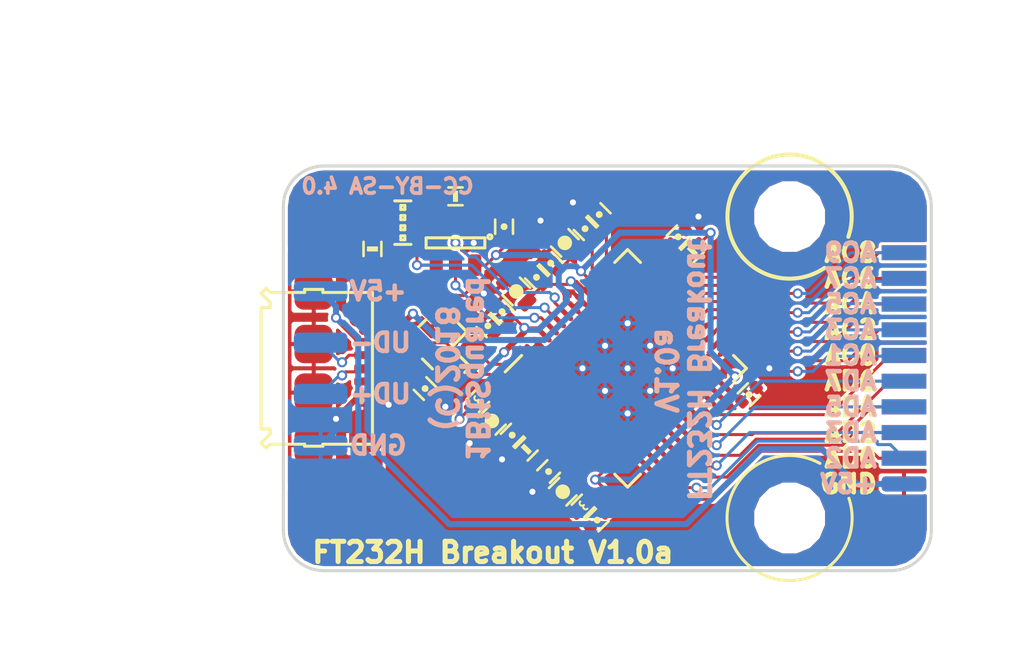
<source format=kicad_pcb>
(kicad_pcb (version 20171130) (host pcbnew 5.0.0-rc2-dev-unknown-c6ef0d5~62~ubuntu16.04.1)
  (title_block (title "ftdi ft232h breakout") (rev V1.0a) (company 1BitSquared) (comment 1 "(C) 2018 Piotr Esden-Tempski <piotr@1bitsquared.com>") (comment 2 "(C) 2018 1BitSquared <info@1bitsquared.com>") (comment 3 "License: CC-BY-SA 4.0"))
  (layers (0 F.Cu signal) (31 B.Cu signal) (34 B.Paste user) (35 F.Paste user) (36 B.SilkS user) (37 F.SilkS user) (38 B.Mask user) (39 F.Mask user) (44 Edge.Cuts user))
  (net 0 "")
  (net 1 +3V3)
  (net 2 GND)
  (net 3 "Net-(R6-Pad1)")
  (net 4 "Net-(R2-Pad1)")
  (net 5 "Net-(C3-Pad1)")
  (net 6 +5V)
  (net 7 "Net-(C12-Pad1)")
  (net 8 "Net-(C13-Pad1)")
  (net 9 /shield)
  (net 10 "Net-(P1-Pad4)")
  (net 11 "Net-(R2-Pad5)")
  (net 12 "Net-(R2-Pad3)")
  (net 13 "Net-(C2-Pad1)")
  (net 14 "Net-(R8-Pad2)")
  (net 15 /ADBUS0)
  (net 16 /ADBUS1)
  (net 17 /ADBUS2)
  (net 18 /ADBUS3)
  (net 19 /ADBUS4)
  (net 20 /ADBUS5)
  (net 21 /ADBUS6)
  (net 22 /ADBUS7)
  (net 23 /ACBUS0)
  (net 24 /ACBUS1)
  (net 25 /ACBUS2)
  (net 26 /ACBUS3)
  (net 27 /ACBUS4)
  (net 28 /ACBUS5)
  (net 29 /ACBUS6)
  (net 30 /ACBUS7)
  (net 31 /ACBUS8)
  (net 32 /ACBUS9)
  (net 33 "Net-(C4-Pad1)")
  (net 34 /VCCA)
  (net 35 /VCORE)
  (net 36 /USB_D-)
  (net 37 /USB_D+)
  (module pkl_samtec:FTSH-EDGE-20pin (layer F.Cu) (at 62 47.5 90)
    (fp_text reference J1)
    (fp_text value Conn)
    (pad 1 smd roundrect (at -5.715 -1.35 90) (size 0.74 2.2) (layers F.Cu F.Paste F.Mask) (net 2 GND))
    (pad 2 smd roundrect (at -5.715 -1.35 90) (size 0.74 2.2) (layers B.Cu B.Paste B.Mask) (net 6 +5V))
    (pad 3 smd rect (at -4.445 -1.35 90) (size 0.74 2.2) (layers F.Cu F.Paste F.Mask) (net 15 /ADBUS0))
    (pad 5 smd rect (at -3.175 -1.35 90) (size 0.74 2.2) (layers F.Cu F.Paste F.Mask) (net 17 /ADBUS2))
    (pad 7 smd rect (at -1.905 -1.35 90) (size 0.74 2.2) (layers F.Cu F.Paste F.Mask) (net 19 /ADBUS4))
    (pad 9 smd rect (at -0.635 -1.35 90) (size 0.74 2.2) (layers F.Cu F.Paste F.Mask) (net 21 /ADBUS6))
    (pad 4 smd rect (at -4.445 -1.35 90) (size 0.74 2.2) (layers B.Cu B.Paste B.Mask) (net 16 /ADBUS1))
    (pad 6 smd rect (at -3.175 -1.35 90) (size 0.74 2.2) (layers B.Cu B.Paste B.Mask) (net 18 /ADBUS3))
    (pad 8 smd rect (at -1.905 -1.35 90) (size 0.74 2.2) (layers B.Cu B.Paste B.Mask) (net 20 /ADBUS5))
    (pad 10 smd rect (at -0.635 -1.35 90) (size 0.74 2.2) (layers B.Cu B.Paste B.Mask) (net 22 /ADBUS7))
    (pad 12 smd rect (at 0.635 -1.35 90) (size 0.74 2.2) (layers B.Cu B.Paste B.Mask) (net 24 /ACBUS1))
    (pad 14 smd rect (at 1.905 -1.35 90) (size 0.74 2.2) (layers B.Cu B.Paste B.Mask) (net 26 /ACBUS3))
    (pad 16 smd rect (at 3.175 -1.35 90) (size 0.74 2.2) (layers B.Cu B.Paste B.Mask) (net 28 /ACBUS5))
    (pad 18 smd rect (at 4.445 -1.35 90) (size 0.74 2.2) (layers B.Cu B.Paste B.Mask) (net 30 /ACBUS7))
    (pad 20 smd rect (at 5.715 -1.35 90) (size 0.74 2.2) (layers B.Cu B.Paste B.Mask) (net 32 /ACBUS9))
    (pad 11 smd rect (at 0.635 -1.35 90) (size 0.74 2.2) (layers F.Cu F.Paste F.Mask) (net 23 /ACBUS0))
    (pad 13 smd rect (at 1.905 -1.35 90) (size 0.74 2.2) (layers F.Cu F.Paste F.Mask) (net 25 /ACBUS2))
    (pad 15 smd rect (at 3.175 -1.35 90) (size 0.74 2.2) (layers F.Cu F.Paste F.Mask) (net 27 /ACBUS4))
    (pad 17 smd rect (at 4.445 -1.35 90) (size 0.74 2.2) (layers F.Cu F.Paste F.Mask) (net 29 /ACBUS6))
    (pad 19 smd rect (at 5.715 -1.35 90) (size 0.74 2.2) (layers F.Cu F.Paste F.Mask) (net 31 /ACBUS8))
  )
  (module MountingHole:MountingHole_3.2mm_M3 (layer F.Cu) (at 55 54.9)
    (fp_text reference REF** hide)
    (fp_text value MountingHole_3.2mm_M3 hide)
    (pad 1 np_thru_hole circle (at 0 0) (size 3.2 3.2) (drill 3.2) (layers *.Cu *.Mask))
  )
  (module MountingHole:MountingHole_3.2mm_M3 (layer F.Cu) (at 55 40)
    (fp_text reference REF** hide)
    (fp_text value MountingHole_3.2mm_M3 hide)
    (pad 1 np_thru_hole circle (at 0 0) (size 3.2 3.2) (drill 3.2) (layers *.Cu *.Mask))
  )
  (module pkl_housings_sot:SOT-23-6 (layer F.Cu) (at 38.5 41.3 90)
    (fp_text reference U1)
    (fp_text value 93C46B-SOT-23-6)
    (pad 1 smd roundrect (at 1.1 0.95 270) (size 1.06 0.65) (layers F.Cu F.Paste F.Mask) (net 11 "Net-(R2-Pad5)"))
    (pad 2 smd roundrect (at 1.1 0 270) (size 1.06 0.65) (layers F.Cu F.Paste F.Mask) (net 2 GND))
    (pad 3 smd roundrect (at 1.1 -0.95 270) (size 1.06 0.65) (layers F.Cu F.Paste F.Mask) (net 3 "Net-(R6-Pad1)"))
    (pad 4 smd roundrect (at -1.1 -0.95 270) (size 1.06 0.65) (layers F.Cu F.Paste F.Mask) (net 4 "Net-(R2-Pad1)"))
    (pad 6 smd roundrect (at -1.1 0.95 270) (size 1.06 0.65) (layers F.Cu F.Paste F.Mask) (net 1 +3V3))
    (pad 5 smd roundrect (at -1.1 0 270) (size 1.06 0.65) (layers F.Cu F.Paste F.Mask) (net 12 "Net-(R2-Pad3)"))
  )
  (module pkl_dipol:C_0402 (layer F.Cu) (at 43.2 42.3 135)
    (fp_text reference C8)
    (fp_text value 100n)
    (pad 2 smd roundrect (at 0.499999 0 135) (size 0.5 0.6) (layers F.Cu F.Paste F.Mask) (net 2 GND))
    (pad 1 smd roundrect (at -0.499999 0 135) (size 0.5 0.6) (layers F.Cu F.Paste F.Mask) (net 1 +3V3))
  )
  (module pkl_dipol:C_0402 (layer F.Cu) (at 40.1 45.4 135)
    (fp_text reference C2)
    (fp_text value 10p)
    (pad 1 smd roundrect (at -0.499999 0 135) (size 0.5 0.6) (layers F.Cu F.Paste F.Mask) (net 13 "Net-(C2-Pad1)"))
    (pad 2 smd roundrect (at 0.499999 0 135) (size 0.5 0.6) (layers F.Cu F.Paste F.Mask) (net 2 GND))
  )
  (module pkl_housings_dfn_qfn:QFN-48-1EP_8x8mm_Pitch0.5mm (layer F.Cu) (at 47 47.5 45)
    (fp_text reference U2)
    (fp_text value FT232H)
    (pad 1 smd oval (at -4 -2.75 135) (size 0.25 0.8) (layers F.Cu F.Paste F.Mask) (net 13 "Net-(C2-Pad1)"))
    (pad 2 smd oval (at -4 -2.25 135) (size 0.25 0.8) (layers F.Cu F.Paste F.Mask) (net 5 "Net-(C3-Pad1)"))
    (pad 3 smd oval (at -4 -1.75 135) (size 0.25 0.8) (layers F.Cu F.Paste F.Mask) (net 7 "Net-(C12-Pad1)"))
    (pad 4 smd oval (at -4.000001 -1.25 135) (size 0.25 0.8) (layers F.Cu F.Paste F.Mask) (net 2 GND))
    (pad 5 smd oval (at -4 -0.75 135) (size 0.25 0.8) (layers F.Cu F.Paste F.Mask) (net 14 "Net-(R8-Pad2)"))
    (pad 6 smd oval (at -4 -0.25 135) (size 0.25 0.8) (layers F.Cu F.Paste F.Mask) (net 36 /USB_D-))
    (pad 7 smd oval (at -4 0.25 135) (size 0.25 0.8) (layers F.Cu F.Paste F.Mask) (net 37 /USB_D+))
    (pad 8 smd oval (at -4 0.75 135) (size 0.25 0.8) (layers F.Cu F.Paste F.Mask) (net 8 "Net-(C13-Pad1)"))
    (pad 9 smd oval (at -4.000001 1.25 135) (size 0.25 0.8) (layers F.Cu F.Paste F.Mask) (net 2 GND))
    (pad 10 smd oval (at -4 1.75 135) (size 0.25 0.8) (layers F.Cu F.Paste F.Mask) (net 2 GND))
    (pad 11 smd oval (at -4 2.25 135) (size 0.25 0.8) (layers F.Cu F.Paste F.Mask) (net 2 GND))
    (pad 12 smd oval (at -4 2.75 135) (size 0.25 0.8) (layers F.Cu F.Paste F.Mask) (net 1 +3V3))
    (pad 13 smd oval (at -2.75 4 45) (size 0.25 0.8) (layers F.Cu F.Paste F.Mask) (net 15 /ADBUS0))
    (pad 14 smd oval (at -2.25 4 45) (size 0.25 0.8) (layers F.Cu F.Paste F.Mask) (net 16 /ADBUS1))
    (pad 15 smd oval (at -1.75 4 45) (size 0.25 0.8) (layers F.Cu F.Paste F.Mask) (net 17 /ADBUS2))
    (pad 16 smd oval (at -1.25 4.000001 45) (size 0.25 0.8) (layers F.Cu F.Paste F.Mask) (net 18 /ADBUS3))
    (pad 17 smd oval (at -0.75 4 45) (size 0.25 0.8) (layers F.Cu F.Paste F.Mask) (net 19 /ADBUS4))
    (pad 18 smd oval (at -0.25 4 45) (size 0.25 0.8) (layers F.Cu F.Paste F.Mask) (net 20 /ADBUS5))
    (pad 19 smd oval (at 0.25 4 45) (size 0.25 0.8) (layers F.Cu F.Paste F.Mask) (net 21 /ADBUS6))
    (pad 20 smd oval (at 0.75 4 45) (size 0.25 0.8) (layers F.Cu F.Paste F.Mask) (net 22 /ADBUS7))
    (pad 21 smd oval (at 1.25 4.000001 45) (size 0.25 0.8) (layers F.Cu F.Paste F.Mask) (net 23 /ACBUS0))
    (pad 22 smd oval (at 1.75 4 45) (size 0.25 0.8) (layers F.Cu F.Paste F.Mask) (net 2 GND))
    (pad 23 smd oval (at 2.25 4 45) (size 0.25 0.8) (layers F.Cu F.Paste F.Mask) (net 2 GND))
    (pad 24 smd oval (at 2.75 4 45) (size 0.25 0.8) (layers F.Cu F.Paste F.Mask) (net 1 +3V3))
    (pad 25 smd oval (at 4 2.75 135) (size 0.25 0.8) (layers F.Cu F.Paste F.Mask) (net 24 /ACBUS1))
    (pad 26 smd oval (at 4 2.25 135) (size 0.25 0.8) (layers F.Cu F.Paste F.Mask) (net 25 /ACBUS2))
    (pad 27 smd oval (at 4 1.75 135) (size 0.25 0.8) (layers F.Cu F.Paste F.Mask) (net 26 /ACBUS3))
    (pad 28 smd oval (at 4.000001 1.25 135) (size 0.25 0.8) (layers F.Cu F.Paste F.Mask) (net 27 /ACBUS4))
    (pad 29 smd oval (at 4 0.75 135) (size 0.25 0.8) (layers F.Cu F.Paste F.Mask) (net 28 /ACBUS5))
    (pad 30 smd oval (at 4 0.25 135) (size 0.25 0.8) (layers F.Cu F.Paste F.Mask) (net 29 /ACBUS6))
    (pad 31 smd oval (at 4 -0.25 135) (size 0.25 0.8) (layers F.Cu F.Paste F.Mask) (net 30 /ACBUS7))
    (pad 32 smd oval (at 4 -0.75 135) (size 0.25 0.8) (layers F.Cu F.Paste F.Mask) (net 31 /ACBUS8))
    (pad 33 smd oval (at 4.000001 -1.25 135) (size 0.25 0.8) (layers F.Cu F.Paste F.Mask) (net 32 /ACBUS9))
    (pad 34 smd oval (at 4 -1.75 135) (size 0.25 0.8) (layers F.Cu F.Paste F.Mask) (net 33 "Net-(C4-Pad1)"))
    (pad 35 smd oval (at 4 -2.25 135) (size 0.25 0.8) (layers F.Cu F.Paste F.Mask) (net 2 GND))
    (pad 36 smd oval (at 4 -2.75 135) (size 0.25 0.8) (layers F.Cu F.Paste F.Mask) (net 2 GND))
    (pad 37 smd oval (at 2.75 -4 45) (size 0.25 0.8) (layers F.Cu F.Paste F.Mask) (net 34 /VCCA))
    (pad 38 smd oval (at 2.25 -4 45) (size 0.25 0.8) (layers F.Cu F.Paste F.Mask) (net 35 /VCORE))
    (pad 39 smd oval (at 1.75 -4 45) (size 0.25 0.8) (layers F.Cu F.Paste F.Mask) (net 1 +3V3))
    (pad 40 smd oval (at 1.25 -4.000001 45) (size 0.25 0.8) (layers F.Cu F.Paste F.Mask) (net 6 +5V))
    (pad 41 smd oval (at 0.75 -4 45) (size 0.25 0.8) (layers F.Cu F.Paste F.Mask) (net 2 GND))
    (pad 42 smd oval (at 0.25 -4 45) (size 0.25 0.8) (layers F.Cu F.Paste F.Mask) (net 2 GND))
    (pad 43 smd oval (at -0.25 -4 45) (size 0.25 0.8) (layers F.Cu F.Paste F.Mask) (net 3 "Net-(R6-Pad1)"))
    (pad 44 smd oval (at -0.75 -4 45) (size 0.25 0.8) (layers F.Cu F.Paste F.Mask) (net 4 "Net-(R2-Pad1)"))
    (pad 45 smd oval (at -1.25 -4.000001 45) (size 0.25 0.8) (layers F.Cu F.Paste F.Mask) (net 12 "Net-(R2-Pad3)"))
    (pad 46 smd oval (at -1.75 -4 45) (size 0.25 0.8) (layers F.Cu F.Paste F.Mask) (net 1 +3V3))
    (pad 47 smd oval (at -2.25 -4 45) (size 0.25 0.8) (layers F.Cu F.Paste F.Mask) (net 2 GND))
    (pad 48 smd oval (at -2.75 -4 45) (size 0.25 0.8) (layers F.Cu F.Paste F.Mask) (net 2 GND))
    (pad 49 smd rect (at -2.35875 -2.35875 45) (size 1.5725 1.5725) (layers F.Cu F.Paste F.Mask) (net 2 GND))
    (pad 49 smd rect (at -2.35875 -0.78625 45) (size 1.5725 1.5725) (layers F.Cu F.Paste F.Mask) (net 2 GND))
    (pad 49 smd rect (at -2.35875 0.78625 45) (size 1.5725 1.5725) (layers F.Cu F.Paste F.Mask) (net 2 GND))
    (pad 49 smd rect (at -2.35875 2.35875 45) (size 1.5725 1.5725) (layers F.Cu F.Paste F.Mask) (net 2 GND))
    (pad 49 smd rect (at -0.78625 -2.35875 45) (size 1.5725 1.5725) (layers F.Cu F.Paste F.Mask) (net 2 GND))
    (pad 49 smd rect (at -0.78625 -0.78625 45) (size 1.5725 1.5725) (layers F.Cu F.Paste F.Mask) (net 2 GND))
    (pad 49 smd rect (at -0.78625 0.78625 45) (size 1.5725 1.5725) (layers F.Cu F.Paste F.Mask) (net 2 GND))
    (pad 49 smd rect (at -0.78625 2.35875 45) (size 1.5725 1.5725) (layers F.Cu F.Paste F.Mask) (net 2 GND))
    (pad 49 smd rect (at 0.78625 -2.35875 45) (size 1.5725 1.5725) (layers F.Cu F.Paste F.Mask) (net 2 GND))
    (pad 49 smd rect (at 0.78625 -0.78625 45) (size 1.5725 1.5725) (layers F.Cu F.Paste F.Mask) (net 2 GND))
    (pad 49 smd rect (at 0.78625 0.78625 45) (size 1.5725 1.5725) (layers F.Cu F.Paste F.Mask) (net 2 GND))
    (pad 49 smd rect (at 0.78625 2.35875 45) (size 1.5725 1.5725) (layers F.Cu F.Paste F.Mask) (net 2 GND))
    (pad 49 smd rect (at 2.35875 -2.35875 45) (size 1.5725 1.5725) (layers F.Cu F.Paste F.Mask) (net 2 GND))
    (pad 49 smd rect (at 2.35875 -0.78625 45) (size 1.5725 1.5725) (layers F.Cu F.Paste F.Mask) (net 2 GND))
    (pad 49 smd rect (at 2.35875 0.78625 45) (size 1.5725 1.5725) (layers F.Cu F.Paste F.Mask) (net 2 GND))
    (pad 49 smd rect (at 2.35875 2.35875 45) (size 1.5725 1.5725) (layers F.Cu F.Paste F.Mask) (net 2 GND))
    (pad 49 thru_hole circle (at -1.575 -1.575 45) (size 0.5 0.5) (drill 0.3) (layers *.Cu F.Mask) (net 2 GND))
    (pad 49 thru_hole circle (at -1.575 0 45) (size 0.5 0.5) (drill 0.3) (layers *.Cu F.Mask) (net 2 GND))
    (pad 49 thru_hole circle (at -1.575 1.575 45) (size 0.5 0.5) (drill 0.3) (layers *.Cu F.Mask) (net 2 GND))
    (pad 49 thru_hole circle (at 0 -1.575 45) (size 0.5 0.5) (drill 0.3) (layers *.Cu F.Mask) (net 2 GND))
    (pad 49 thru_hole circle (at 0 0 45) (size 0.5 0.5) (drill 0.3) (layers *.Cu F.Mask) (net 2 GND))
    (pad 49 thru_hole circle (at 0 1.575 45) (size 0.5 0.5) (drill 0.3) (layers *.Cu F.Mask) (net 2 GND))
    (pad 49 thru_hole circle (at 1.575 -1.575 45) (size 0.5 0.5) (drill 0.3) (layers *.Cu F.Mask) (net 2 GND))
    (pad 49 thru_hole circle (at 1.575 0 45) (size 0.5 0.5) (drill 0.3) (layers *.Cu F.Mask) (net 2 GND))
    (pad 49 thru_hole circle (at 1.575 1.575 45) (size 0.5 0.5) (drill 0.3) (layers *.Cu F.Mask) (net 2 GND))
  )
  (module pkl_misc:ABM8 (layer F.Cu) (at 38 46.4 135)
    (fp_text reference X1)
    (fp_text value 12MHz)
    (pad 1 smd roundrect (at -1.15 0.925 135) (size 1.3 1.05) (layers F.Cu F.Paste F.Mask) (net 13 "Net-(C2-Pad1)"))
    (pad 2 smd roundrect (at 1.15 -0.925 135) (size 1.3 1.05) (layers F.Cu F.Paste F.Mask) (net 5 "Net-(C3-Pad1)"))
    (pad GND smd roundrect (at -1.15 -0.925 135) (size 1.3 1.05) (layers F.Cu F.Paste F.Mask) (net 2 GND))
    (pad GND smd roundrect (at 1.15 0.925 135) (size 1.3 1.05) (layers F.Cu F.Paste F.Mask) (net 2 GND))
  )
  (module pkl_pads:PAD_SMD_1x2.65 (layer B.Cu) (at 31.84 51.31)
    (fp_text reference P5 hide)
    (fp_text value UP hide)
    (pad 1 smd roundrect (at 0 0) (size 2.65 1) (layers B.Cu B.Mask) (net 2 GND))
  )
  (module pkl_pads:PAD_SMD_1x2.65 (layer B.Cu) (at 31.84 43.69)
    (fp_text reference P2 hide)
    (fp_text value UP hide)
    (pad 1 smd roundrect (at 0 0) (size 2.65 1) (layers B.Cu B.Mask) (net 6 +5V))
  )
  (module pkl_pads:PAD_SMD_1x2.65 (layer B.Cu) (at 31.84 46.23)
    (fp_text reference P3 hide)
    (fp_text value UP hide)
    (pad 1 smd roundrect (at 0 0) (size 2.65 1) (layers B.Cu B.Mask) (net 36 /USB_D-))
  )
  (module pkl_pads:PAD_SMD_1x2.65 (layer B.Cu) (at 31.84 48.77)
    (fp_text reference P4 hide)
    (fp_text value UP hide)
    (pad 1 smd roundrect (at 0 0) (size 2.65 1) (layers B.Cu B.Mask) (net 37 /USB_D+))
  )
  (module pkl_dipol:C_0603 (layer F.Cu) (at 41.5 43.7 135)
    (fp_text reference C7)
    (fp_text value 4u7)
    (pad 1 smd roundrect (at -0.75 0 135) (size 0.6 0.9) (layers F.Cu F.Paste F.Mask) (net 6 +5V))
    (pad 2 smd roundrect (at 0.75 0 135) (size 0.6 0.9) (layers F.Cu F.Paste F.Mask) (net 2 GND))
  )
  (module pkl_dipol:C_0603 (layer F.Cu) (at 40.3 50.1 225)
    (fp_text reference C6)
    (fp_text value 4u7)
    (pad 2 smd roundrect (at 0.75 0 225) (size 0.6 0.9) (layers F.Cu F.Paste F.Mask) (net 2 GND))
    (pad 1 smd roundrect (at -0.75 0 225) (size 0.6 0.9) (layers F.Cu F.Paste F.Mask) (net 7 "Net-(C12-Pad1)"))
  )
  (module pkl_dipol:C_0603 (layer F.Cu) (at 43.8 53.6 225)
    (fp_text reference C9)
    (fp_text value 4u7)
    (pad 1 smd roundrect (at -0.75 0 225) (size 0.6 0.9) (layers F.Cu F.Paste F.Mask) (net 8 "Net-(C13-Pad1)"))
    (pad 2 smd roundrect (at 0.75 0 225) (size 0.6 0.9) (layers F.Cu F.Paste F.Mask) (net 2 GND))
  )
  (module pkl_dipol:R_Array_Convex_4x0402 (layer F.Cu) (at 35.9 40.3 90)
    (fp_text reference R2)
    (fp_text value 10k)
    (pad 3 smd roundrect (at -0.25 0.475 90) (size 0.3 0.45) (layers F.Cu F.Paste F.Mask) (net 12 "Net-(R2-Pad3)"))
    (pad 5 smd roundrect (at 0.25 0.475 90) (size 0.3 0.45) (layers F.Cu F.Paste F.Mask) (net 11 "Net-(R2-Pad5)"))
    (pad 1 smd roundrect (at -0.75 0.475 90) (size 0.4 0.45) (layers F.Cu F.Paste F.Mask) (net 4 "Net-(R2-Pad1)"))
    (pad 7 smd roundrect (at 0.75 0.475 90) (size 0.4 0.45) (layers F.Cu F.Paste F.Mask))
    (pad 2 smd roundrect (at -0.75 -0.475 90) (size 0.4 0.45) (layers F.Cu F.Paste F.Mask) (net 1 +3V3))
    (pad 4 smd roundrect (at -0.25 -0.475 90) (size 0.3 0.45) (layers F.Cu F.Paste F.Mask) (net 1 +3V3))
    (pad 6 smd roundrect (at 0.25 -0.475 90) (size 0.3 0.45) (layers F.Cu F.Paste F.Mask) (net 1 +3V3))
    (pad 8 smd roundrect (at 0.75 -0.475 90) (size 0.4 0.45) (layers F.Cu F.Paste F.Mask))
  )
  (module pkl_connectors:Connector_USB_Micro_B_SMD (layer F.Cu) (at 31.5 47.5 180)
    (fp_text reference P1)
    (fp_text value pkl_USB_OTG hide)
    (pad GND smd roundrect (at 0 1.2 270) (size 1.9 1.9) (layers F.Cu F.Paste F.Mask) (net 9 /shield))
    (pad GND smd roundrect (at 0 -1.2 270) (size 1.9 1.9) (layers F.Cu F.Paste F.Mask) (net 9 /shield))
    (pad GND smd roundrect (at 0 -3.8 270) (size 1.8 1.9) (layers F.Cu F.Paste F.Mask) (net 9 /shield))
    (pad GND smd roundrect (at 0 3.8 270) (size 1.8 1.9) (layers F.Cu F.Paste F.Mask) (net 9 /shield))
    (pad GND smd roundrect (at -2.55 -3.1 270) (size 2.1 1.6) (layers F.Cu F.Paste F.Mask) (net 9 /shield))
    (pad GND smd roundrect (at -2.55 3.1 270) (size 2.1 1.6) (layers F.Cu F.Paste F.Mask) (net 9 /shield))
    (pad 1 smd roundrect (at -2.675 1.3 270) (size 0.4 1.35) (layers F.Cu F.Paste F.Mask) (net 6 +5V))
    (pad 2 smd roundrect (at -2.675 0.65 270) (size 0.4 1.35) (layers F.Cu F.Paste F.Mask) (net 36 /USB_D-))
    (pad 3 smd roundrect (at -2.675 0 270) (size 0.4 1.35) (layers F.Cu F.Paste F.Mask) (net 37 /USB_D+))
    (pad 4 smd roundrect (at -2.675 -0.65 270) (size 0.4 1.35) (layers F.Cu F.Paste F.Mask) (net 10 "Net-(P1-Pad4)"))
    (pad 5 smd roundrect (at -2.675 -1.3 270) (size 0.4 1.35) (layers F.Cu F.Paste F.Mask) (net 2 GND))
  )
  (module pkl_dipol:C_0402 (layer F.Cu) (at 49.5 41 45)
    (fp_text reference C4)
    (fp_text value 10n)
    (pad 2 smd roundrect (at 0.499999 0 45) (size 0.5 0.6) (layers F.Cu F.Paste F.Mask) (net 2 GND))
    (pad 1 smd roundrect (at -0.499999 0 45) (size 0.5 0.6) (layers F.Cu F.Paste F.Mask) (net 33 "Net-(C4-Pad1)"))
  )
  (module pkl_dipol:C_0402 (layer F.Cu) (at 37 48.5 315)
    (fp_text reference C3)
    (fp_text value 10p)
    (pad 1 smd roundrect (at -0.499999 0 315) (size 0.5 0.6) (layers F.Cu F.Paste F.Mask) (net 5 "Net-(C3-Pad1)"))
    (pad 2 smd roundrect (at 0.499999 0 315) (size 0.5 0.6) (layers F.Cu F.Paste F.Mask) (net 2 GND))
  )
  (module pkl_dipol:C_0402 (layer F.Cu) (at 40.9 40.5 90)
    (fp_text reference C1)
    (fp_text value 100n)
    (pad 2 smd roundrect (at 0.5 0 90) (size 0.5 0.6) (layers F.Cu F.Paste F.Mask) (net 2 GND))
    (pad 1 smd roundrect (at -0.5 0 90) (size 0.5 0.6) (layers F.Cu F.Paste F.Mask) (net 1 +3V3))
  )
  (module pkl_dipol:C_0402 (layer F.Cu) (at 53 48.8 45)
    (fp_text reference C19)
    (fp_text value 100n)
    (pad 1 smd roundrect (at -0.499999 0 45) (size 0.5 0.6) (layers F.Cu F.Paste F.Mask) (net 1 +3V3))
    (pad 2 smd roundrect (at 0.499999 0 45) (size 0.5 0.6) (layers F.Cu F.Paste F.Mask) (net 2 GND))
  )
  (module pkl_dipol:C_0402 (layer F.Cu) (at 45.6 39.9 135)
    (fp_text reference C16)
    (fp_text value 100n)
    (pad 1 smd roundrect (at -0.499999 0 135) (size 0.5 0.6) (layers F.Cu F.Paste F.Mask) (net 34 /VCCA))
    (pad 2 smd roundrect (at 0.499999 0 135) (size 0.5 0.6) (layers F.Cu F.Paste F.Mask) (net 2 GND))
  )
  (module pkl_dipol:C_0402 (layer F.Cu) (at 42.5 43 135)
    (fp_text reference C10)
    (fp_text value 100n)
    (pad 2 smd roundrect (at 0.499999 0 135) (size 0.5 0.6) (layers F.Cu F.Paste F.Mask) (net 2 GND))
    (pad 1 smd roundrect (at -0.499999 0 135) (size 0.5 0.6) (layers F.Cu F.Paste F.Mask) (net 6 +5V))
  )
  (module pkl_dipol:C_0402 (layer F.Cu) (at 41.3 50.8 225)
    (fp_text reference C12)
    (fp_text value 100n)
    (pad 2 smd roundrect (at 0.499999 0 225) (size 0.5 0.6) (layers F.Cu F.Paste F.Mask) (net 2 GND))
    (pad 1 smd roundrect (at -0.499999 0 225) (size 0.5 0.6) (layers F.Cu F.Paste F.Mask) (net 7 "Net-(C12-Pad1)"))
  )
  (module pkl_dipol:C_0402 (layer F.Cu) (at 43.1 52.6 225)
    (fp_text reference C13)
    (fp_text value 100n)
    (pad 1 smd roundrect (at -0.499999 0 225) (size 0.5 0.6) (layers F.Cu F.Paste F.Mask) (net 8 "Net-(C13-Pad1)"))
    (pad 2 smd roundrect (at 0.499999 0 225) (size 0.5 0.6) (layers F.Cu F.Paste F.Mask) (net 2 GND))
  )
  (module pkl_dipol:C_0402 (layer F.Cu) (at 44.9 40.6 135)
    (fp_text reference C14)
    (fp_text value 100n)
    (pad 2 smd roundrect (at 0.499999 0 135) (size 0.5 0.6) (layers F.Cu F.Paste F.Mask) (net 2 GND))
    (pad 1 smd roundrect (at -0.499999 0 135) (size 0.5 0.6) (layers F.Cu F.Paste F.Mask) (net 35 /VCORE))
  )
  (module pkl_dipol:C_0402 (layer F.Cu) (at 45.5 55 225)
    (fp_text reference C18)
    (fp_text value 100n)
    (pad 2 smd roundrect (at 0.499999 0 225) (size 0.5 0.6) (layers F.Cu F.Paste F.Mask) (net 2 GND))
    (pad 1 smd roundrect (at -0.499999 0 225) (size 0.5 0.6) (layers F.Cu F.Paste F.Mask) (net 1 +3V3))
  )
  (module pkl_dipol:C_0402 (layer F.Cu) (at 40.8 44.7 135)
    (fp_text reference C20)
    (fp_text value 100n)
    (pad 1 smd roundrect (at -0.499999 0 135) (size 0.5 0.6) (layers F.Cu F.Paste F.Mask) (net 1 +3V3))
    (pad 2 smd roundrect (at 0.499999 0 135) (size 0.5 0.6) (layers F.Cu F.Paste F.Mask) (net 2 GND))
  )
  (module pkl_dipol:C_0603 (layer F.Cu) (at 43.9 41.3 135)
    (fp_text reference C5)
    (fp_text value 4u7)
    (pad 1 smd roundrect (at -0.75 0 135) (size 0.6 0.9) (layers F.Cu F.Paste F.Mask) (net 1 +3V3))
    (pad 2 smd roundrect (at 0.75 0 135) (size 0.6 0.9) (layers F.Cu F.Paste F.Mask) (net 2 GND))
  )
  (module pkl_dipol:L_0402 (layer F.Cu) (at 39.6 49.1 45)
    (fp_text reference L2)
    (fp_text value 600)
    (pad 2 smd roundrect (at 0.499999 0 45) (size 0.5 0.6) (layers F.Cu F.Paste F.Mask) (net 7 "Net-(C12-Pad1)"))
    (pad 1 smd roundrect (at -0.499999 0 45) (size 0.5 0.6) (layers F.Cu F.Paste F.Mask) (net 1 +3V3))
  )
  (module pkl_dipol:L_0402 (layer F.Cu) (at 44.8 54.3 45)
    (fp_text reference L1)
    (fp_text value 600)
    (pad 1 smd roundrect (at -0.499999 0 45) (size 0.5 0.6) (layers F.Cu F.Paste F.Mask) (net 1 +3V3))
    (pad 2 smd roundrect (at 0.499999 0 45) (size 0.5 0.6) (layers F.Cu F.Paste F.Mask) (net 8 "Net-(C13-Pad1)"))
  )
  (module pkl_dipol:R_0402 (layer F.Cu) (at 50.2 41.7 45)
    (fp_text reference R9)
    (fp_text value 10k)
    (pad 1 smd roundrect (at -0.499999 0 45) (size 0.5 0.6) (layers F.Cu F.Paste F.Mask) (net 33 "Net-(C4-Pad1)"))
    (pad 2 smd roundrect (at 0.499999 0 45) (size 0.5 0.6) (layers F.Cu F.Paste F.Mask) (net 1 +3V3))
  )
  (module pkl_dipol:R_0402 (layer F.Cu) (at 42 51.5 45)
    (fp_text reference R8)
    (fp_text value 12k)
    (pad 2 smd roundrect (at 0.499999 0 45) (size 0.5 0.6) (layers F.Cu F.Paste F.Mask) (net 14 "Net-(R8-Pad2)"))
    (pad 1 smd roundrect (at -0.499999 0 45) (size 0.5 0.6) (layers F.Cu F.Paste F.Mask) (net 2 GND))
  )
  (module pkl_dipol:R_0402 (layer F.Cu) (at 38.5 39)
    (fp_text reference R6)
    (fp_text value 2k2)
    (pad 1 smd roundrect (at -0.5 0) (size 0.5 0.6) (layers F.Cu F.Paste F.Mask) (net 3 "Net-(R6-Pad1)"))
    (pad 2 smd roundrect (at 0.5 0) (size 0.5 0.6) (layers F.Cu F.Paste F.Mask) (net 11 "Net-(R2-Pad5)"))
  )
  (module pkl_dipol:R_0402 (layer F.Cu) (at 34.4 41.6 270)
    (fp_text reference R1)
    (fp_text value 1M)
    (pad 1 smd roundrect (at -0.5 0 270) (size 0.5 0.6) (layers F.Cu F.Paste F.Mask) (net 2 GND))
    (pad 2 smd roundrect (at 0.5 0 270) (size 0.5 0.6) (layers F.Cu F.Paste F.Mask) (net 9 /shield))
  )
  (gr_text "CC-BY-SA 4.0" (at 39.5 38.5) (layer B.SilkS) (effects (font (size 0.75 0.75) (thickness 0.1875)) (justify left mirror)))
  (gr_text "FT232H Breakout\nV1.0a" (at 49.7 47.6 270) (layer B.SilkS) (effects (font (size 1 1) (thickness 0.25)) (justify mirror)))
  (gr_text GND (at 33.165 51.31) (layer B.SilkS) (effects (font (size 0.9 0.9) (thickness 0.225)) (justify right mirror)))
  (gr_text UD+ (at 33.165 48.77) (layer B.SilkS) (effects (font (size 0.9 0.9) (thickness 0.225)) (justify right mirror)))
  (gr_text UD- (at 33.165 46.23) (layer B.SilkS) (effects (font (size 0.9 0.9) (thickness 0.225)) (justify right mirror)))
  (gr_text +5V (at 33.165 43.69) (layer B.SilkS) (effects (font (size 0.9 0.9) (thickness 0.225)) (justify right mirror)))
  (gr_text "(C)2018" (at 38.07 47.5 270) (layer B.SilkS) (effects (font (size 1 1) (thickness 0.25)) (justify mirror)))
  (gr_text 1BitSquared (at 39.57 47.5 270) (layer B.SilkS) (effects (font (size 1 1) (thickness 0.25)) (justify mirror)))
  (gr_arc (start 55 40) (end 57.899999 40.999999) (angle -323.2413082) (layer F.SilkS) (width 0.2))
  (gr_arc (start 55 54.9) (end 56.5 52.2) (angle -317.4895529) (layer F.SilkS) (width 0.15))
  (gr_text AC9 (at 59.43 41.785) (layer B.SilkS) (effects (font (size 0.9 0.9) (thickness 0.225)) (justify left mirror)))
  (gr_text AC7 (at 59.43 43.055) (layer B.SilkS) (effects (font (size 0.9 0.9) (thickness 0.225)) (justify left mirror)))
  (gr_text AC5 (at 59.43 44.325) (layer B.SilkS) (effects (font (size 0.9 0.9) (thickness 0.225)) (justify left mirror)))
  (gr_text AC3 (at 59.43 45.595) (layer B.SilkS) (effects (font (size 0.9 0.9) (thickness 0.225)) (justify left mirror)))
  (gr_text AC1 (at 59.43 46.865) (layer B.SilkS) (effects (font (size 0.9 0.9) (thickness 0.225)) (justify left mirror)))
  (gr_text AD7 (at 59.43 48.135) (layer B.SilkS) (effects (font (size 0.9 0.9) (thickness 0.225)) (justify left mirror)))
  (gr_text AD5 (at 59.43 49.405) (layer B.SilkS) (effects (font (size 0.9 0.9) (thickness 0.225)) (justify left mirror)))
  (gr_text AD3 (at 59.43 50.675) (layer B.SilkS) (effects (font (size 0.9 0.9) (thickness 0.225)) (justify left mirror)))
  (gr_text AD2 (at 59.43 51.945) (layer B.SilkS) (effects (font (size 0.9 0.9) (thickness 0.225)) (justify left mirror)))
  (gr_text +5V (at 59.43 53.215) (layer B.SilkS) (effects (font (size 0.9 0.9) (thickness 0.225)) (justify left mirror)))
  (gr_text AC8 (at 59.43 41.785) (layer F.SilkS) (effects (font (size 0.9 0.9) (thickness 0.225)) (justify right)))
  (gr_text AC6 (at 59.43 43.055) (layer F.SilkS) (effects (font (size 0.9 0.9) (thickness 0.225)) (justify right)))
  (gr_text AC4 (at 59.43 44.325) (layer F.SilkS) (effects (font (size 0.9 0.9) (thickness 0.225)) (justify right)))
  (gr_text AC2 (at 59.43 45.595) (layer F.SilkS) (effects (font (size 0.9 0.9) (thickness 0.225)) (justify right)))
  (gr_text AC0 (at 59.43 46.865) (layer F.SilkS) (effects (font (size 0.9 0.9) (thickness 0.225)) (justify right)))
  (gr_text AD2 (at 59.43 50.675) (layer F.SilkS) (effects (font (size 0.9 0.9) (thickness 0.225)) (justify right)))
  (gr_text AD4 (at 59.43 49.405) (layer F.SilkS) (effects (font (size 0.9 0.9) (thickness 0.225)) (justify right)))
  (gr_text AD6 (at 59.43 48.135) (layer F.SilkS) (effects (font (size 0.9 0.9) (thickness 0.225)) (justify right)))
  (gr_text AD0 (at 59.43 51.945) (layer F.SilkS) (effects (font (size 0.9 0.9) (thickness 0.225)) (justify right)))
  (gr_text GND (at 59.43 53.215) (layer F.SilkS) (effects (font (size 0.9 0.9) (thickness 0.225)) (justify right)))
  (gr_text "FT232H Breakout V1.0a" (at 31.3 56.6) (layer F.SilkS) (effects (font (size 1 1) (thickness 0.25)) (justify left)))
  (gr_arc (start 32 55.5) (end 30 55.5) (angle -90) (layer Edge.Cuts) (width 0.15))
  (gr_arc (start 32 39.5) (end 32 37.5) (angle -90) (layer Edge.Cuts) (width 0.15))
  (gr_arc (start 60 39.5) (end 62 39.5) (angle -90) (layer Edge.Cuts) (width 0.15))
  (gr_arc (start 60 55.5) (end 60 57.5) (angle -90) (layer Edge.Cuts) (width 0.15))
  (gr_line (start 62 55.5) (end 62 39.5) (layer Edge.Cuts) (width 0.15))
  (gr_line (start 30 55.5) (end 30 39.5) (layer Edge.Cuts) (width 0.15))
  (gr_line (start 60 57.5) (end 32 57.5) (layer Edge.Cuts) (width 0.15))
  (gr_line (start 32 37.5) (end 60 37.5) (layer Edge.Cuts) (width 0.15))
  (segment (start 37.3 43.9) (end 35.425 42.025) (width 0.15) (layer F.Cu) (net 1))
  (segment (start 38.9 43.9) (end 37.3 43.9) (width 0.15) (layer F.Cu) (net 1))
  (segment (start 39.45 43.35) (end 38.9 43.9) (width 0.15) (layer F.Cu) (net 1))
  (segment (start 39.45 42.4) (end 39.45 43.35) (width 0.15) (layer F.Cu) (net 1))
  (segment (start 35.425 42.025) (end 35.425 41.05) (width 0.15) (layer F.Cu) (net 1))
  (segment (start 40.5 41.9) (end 43.1 41.9) (width 0.3) (layer B.Cu) (net 1))
  (segment (start 43.1 41.9) (end 43.8 42.6) (width 0.3) (layer B.Cu) (net 1))
  (segment (start 52.3 47.9) (end 51.1 46.7) (width 0.3) (layer B.Cu) (net 1))
  (segment (start 51.1 46.7) (end 51.1 40.8) (width 0.3) (layer B.Cu) (net 1))
  (segment (start 43.949999 42.450001) (end 43.8 42.6) (width 0.3) (layer B.Cu) (net 1))
  (segment (start 43.8 42.6) (end 43.6 42.8) (width 0.3) (layer B.Cu) (net 1))
  (segment (start 45.4 53) (end 47.2 53) (width 0.3) (layer B.Cu) (net 1))
  (segment (start 47.2 53) (end 52.3 47.9) (width 0.3) (layer B.Cu) (net 1))
  (segment (start 44.7 42.7) (end 46.6 40.8) (width 0.3) (layer B.Cu) (net 1))
  (segment (start 46.6 40.8) (end 51.1 40.8) (width 0.3) (layer B.Cu) (net 1))
  (segment (start 40.9 46.7) (end 38.7 48.9) (width 0.3) (layer B.Cu) (net 1))
  (segment (start 38.7 48.9) (end 38.7 50) (width 0.3) (layer B.Cu) (net 1))
  (segment (start 41.9 45.5) (end 41.9 45.7) (width 0.3) (layer F.Cu) (net 1))
  (segment (start 41.9 45.7) (end 40.9 46.7) (width 0.3) (layer F.Cu) (net 1))
  (via (at 40.9 46.7) (size 0.5) (drill 0.3) (layers F.Cu B.Cu) (net 1))
  (segment (start 44.450001 42.450001) (end 43.949999 42.450001) (width 0.3) (layer B.Cu) (net 1))
  (segment (start 43.6 42.8) (end 43.6 43.4) (width 0.3) (layer B.Cu) (net 1))
  (segment (start 44.7 42.7) (end 44.450001 42.450001) (width 0.3) (layer B.Cu) (net 1))
  (segment (start 43.6 43.4) (end 44 43.8) (width 0.3) (layer B.Cu) (net 1))
  (segment (start 44 43.8) (end 44 44.2) (width 0.3) (layer B.Cu) (net 1))
  (segment (start 44 44.2) (end 42.6 45.6) (width 0.3) (layer B.Cu) (net 1))
  (segment (start 42.6 45.6) (end 42 45.6) (width 0.3) (layer B.Cu) (net 1))
  (segment (start 42 45.6) (end 41.9 45.5) (width 0.3) (layer B.Cu) (net 1))
  (segment (start 46.116117 52.272971) (end 45.4 52.989088) (width 0.15) (layer F.Cu) (net 1))
  (segment (start 45.4 52.989088) (end 45.4 53) (width 0.15) (layer F.Cu) (net 1))
  (segment (start 45.853553 54.646447) (end 45.853553 53.453553) (width 0.15) (layer F.Cu) (net 1))
  (segment (start 45.853553 53.453553) (end 45.4 53) (width 0.15) (layer F.Cu) (net 1))
  (via (at 45.4 53) (size 0.5) (drill 0.3) (layers F.Cu B.Cu) (net 1))
  (segment (start 44.446447 54.653553) (end 45.846447 54.653553) (width 0.15) (layer F.Cu) (net 1))
  (segment (start 45.846447 54.653553) (end 45.853553 54.646447) (width 0.15) (layer F.Cu) (net 1))
  (segment (start 51.772971 48.383883) (end 51.816117 48.383883) (width 0.15) (layer F.Cu) (net 1))
  (segment (start 51.816117 48.383883) (end 52.3 47.9) (width 0.15) (layer F.Cu) (net 1))
  (via (at 52.3 47.9) (size 0.5) (drill 0.3) (layers F.Cu B.Cu) (net 1))
  (segment (start 51.772971 48.383883) (end 51.876777 48.383883) (width 0.15) (layer F.Cu) (net 1))
  (segment (start 51.876777 48.383883) (end 52.646447 49.153553) (width 0.15) (layer F.Cu) (net 1))
  (segment (start 50.553553 41.346447) (end 51.1 40.8) (width 0.15) (layer F.Cu) (net 1))
  (via (at 51.1 40.8) (size 0.5) (drill 0.3) (layers F.Cu B.Cu) (net 1))
  (segment (start 35.425 40.55) (end 35.425 41.05) (width 0.15) (layer F.Cu) (net 1))
  (segment (start 35.425 40.05) (end 35.425 40.55) (width 0.15) (layer F.Cu) (net 1))
  (segment (start 40.9 41) (end 40.9 41.5) (width 0.15) (layer F.Cu) (net 1))
  (segment (start 40.9 41.5) (end 40.5 41.9) (width 0.15) (layer F.Cu) (net 1))
  (segment (start 39.45 42.4) (end 40 42.4) (width 0.15) (layer F.Cu) (net 1))
  (segment (start 40 42.4) (end 40.5 41.9) (width 0.15) (layer F.Cu) (net 1))
  (via (at 40.5 41.9) (size 0.5) (drill 0.3) (layers F.Cu B.Cu) (net 1))
  (segment (start 45.40901 43.434136) (end 45.40901 43.40901) (width 0.15) (layer F.Cu) (net 1))
  (segment (start 45.40901 43.40901) (end 44.7 42.7) (width 0.15) (layer F.Cu) (net 1))
  (segment (start 44.43033 41.83033) (end 44.43033 42.43033) (width 0.15) (layer F.Cu) (net 1))
  (segment (start 44.43033 42.43033) (end 44.7 42.7) (width 0.15) (layer F.Cu) (net 1))
  (via (at 44.7 42.7) (size 0.5) (drill 0.3) (layers F.Cu B.Cu) (net 1))
  (segment (start 43.553553 42.653553) (end 43.607107 42.653553) (width 0.15) (layer F.Cu) (net 1))
  (segment (start 43.607107 42.653553) (end 44.43033 41.83033) (width 0.15) (layer F.Cu) (net 1))
  (segment (start 41.9 45.5) (end 42.525126 45.5) (width 0.15) (layer F.Cu) (net 1))
  (segment (start 42.525126 45.5) (end 42.934136 45.90901) (width 0.15) (layer F.Cu) (net 1))
  (segment (start 41.153553 45.053553) (end 41.453553 45.053553) (width 0.15) (layer F.Cu) (net 1))
  (segment (start 41.453553 45.053553) (end 41.9 45.5) (width 0.15) (layer F.Cu) (net 1))
  (via (at 41.9 45.5) (size 0.5) (drill 0.3) (layers F.Cu B.Cu) (net 1))
  (segment (start 39.246447 49.453553) (end 38.7 50) (width 0.15) (layer F.Cu) (net 1))
  (via (at 38.7 50) (size 0.5) (drill 0.3) (layers F.Cu B.Cu) (net 1))
  (via (at 54 47.5) (size 0.5) (drill 0.3) (layers F.Cu B.Cu) (net 2))
  (via (at 38 49.4) (size 0.5) (drill 0.3) (layers F.Cu B.Cu) (net 2))
  (via (at 39.9 43.8) (size 0.5) (drill 0.3) (layers F.Cu B.Cu) (net 2))
  (via (at 50.5 40) (size 0.5) (drill 0.3) (layers F.Cu B.Cu) (net 2))
  (via (at 44.3 39.3) (size 0.5) (drill 0.3) (layers F.Cu B.Cu) (net 2))
  (via (at 42.7 40.2) (size 0.5) (drill 0.3) (layers F.Cu B.Cu) (net 2))
  (via (at 42.3 53.6) (size 0.5) (drill 0.3) (layers F.Cu B.Cu) (net 2))
  (via (at 39.2 51.2) (size 0.5) (drill 0.3) (layers F.Cu B.Cu) (net 2))
  (via (at 40.8 52) (size 0.5) (drill 0.3) (layers F.Cu B.Cu) (net 2))
  (segment (start 34.7 48.8) (end 35.2 49.3) (width 0.3) (layer F.Cu) (net 2))
  (segment (start 34.175 48.8) (end 34.7 48.8) (width 0.3) (layer F.Cu) (net 2))
  (via (at 35.2 49.3) (size 0.5) (drill 0.3) (layers F.Cu B.Cu) (net 2))
  (segment (start 32.6 50) (end 32.6 50.55) (width 0.3) (layer B.Cu) (net 2))
  (segment (start 32.6 50.55) (end 31.84 51.31) (width 0.3) (layer B.Cu) (net 2))
  (segment (start 34.175 48.8) (end 33.8 48.8) (width 0.3) (layer F.Cu) (net 2))
  (segment (start 33.8 48.8) (end 32.6 50) (width 0.3) (layer F.Cu) (net 2))
  (via (at 32.6 50) (size 0.5) (drill 0.3) (layers F.Cu B.Cu) (net 2))
  (segment (start 38.5 40.2) (end 38.5 40.4) (width 0.15) (layer F.Cu) (net 2))
  (segment (start 38.5 40.4) (end 39.4 41.3) (width 0.15) (layer F.Cu) (net 2))
  (via (at 39.4 41.3) (size 0.5) (drill 0.3) (layers F.Cu B.Cu) (net 2))
  (segment (start 39.5 42) (end 39.200002 42) (width 0.15) (layer B.Cu) (net 3))
  (segment (start 39.200002 42) (end 38.500002 41.3) (width 0.15) (layer B.Cu) (net 3))
  (segment (start 41.250001 43.750001) (end 39.5 42) (width 0.15) (layer B.Cu) (net 3))
  (segment (start 43.4 44) (end 43.150001 43.750001) (width 0.15) (layer B.Cu) (net 3))
  (segment (start 43.150001 43.750001) (end 41.250001 43.750001) (width 0.15) (layer B.Cu) (net 3))
  (segment (start 37.55 40.328024) (end 38.500002 41.278026) (width 0.15) (layer F.Cu) (net 3))
  (segment (start 38.500002 41.300002) (end 38.500002 41.3) (width 0.15) (layer B.Cu) (net 3))
  (segment (start 38.500002 41.278026) (end 38.500002 41.3) (width 0.15) (layer F.Cu) (net 3))
  (via (at 38.500002 41.3) (size 0.5) (drill 0.3) (layers F.Cu B.Cu) (net 3))
  (segment (start 37.55 40.2) (end 37.55 40.328024) (width 0.15) (layer F.Cu) (net 3))
  (segment (start 37.55 40.2) (end 37.55 39.45) (width 0.15) (layer F.Cu) (net 3))
  (segment (start 37.55 39.45) (end 38 39) (width 0.15) (layer F.Cu) (net 3))
  (segment (start 43.994796 44.84835) (end 43.4 44.253554) (width 0.15) (layer F.Cu) (net 3))
  (segment (start 43.4 44.253554) (end 43.4 44) (width 0.15) (layer F.Cu) (net 3))
  (via (at 43.4 44) (size 0.5) (drill 0.3) (layers F.Cu B.Cu) (net 3))
  (segment (start 42.9 44.5) (end 41.4 44.5) (width 0.15) (layer B.Cu) (net 4))
  (segment (start 41.4 44.5) (end 39.3 42.4) (width 0.15) (layer B.Cu) (net 4))
  (segment (start 39.3 42.4) (end 39.1 42.4) (width 0.15) (layer B.Cu) (net 4))
  (segment (start 39.1 42.4) (end 36.6 42.4) (width 0.15) (layer B.Cu) (net 4))
  (via (at 42.9 44.5) (size 0.5) (drill 0.3) (layers F.Cu B.Cu) (net 4))
  (segment (start 43.601903 45.201903) (end 42.9 44.5) (width 0.15) (layer F.Cu) (net 4))
  (segment (start 43.641243 45.201903) (end 43.601903 45.201903) (width 0.15) (layer F.Cu) (net 4))
  (via (at 36.6 42.4) (size 0.5) (drill 0.3) (layers F.Cu B.Cu) (net 4))
  (segment (start 37.55 42.4) (end 36.6 42.4) (width 0.15) (layer F.Cu) (net 4))
  (segment (start 36.375 41.05) (end 36.6 41.275) (width 0.15) (layer F.Cu) (net 4))
  (segment (start 36.6 41.275) (end 36.6 42.4) (width 0.15) (layer F.Cu) (net 4))
  (segment (start 40.2 47.8) (end 41.490989 49.090989) (width 0.15) (layer F.Cu) (net 5))
  (segment (start 41.490989 49.090989) (end 42.227031 49.090989) (width 0.15) (layer F.Cu) (net 5))
  (segment (start 42.227031 49.090989) (end 42.580583 48.737437) (width 0.15) (layer F.Cu) (net 5))
  (segment (start 39.6 47.8) (end 40.2 47.8) (width 0.15) (layer F.Cu) (net 5))
  (segment (start 38.040901 46.240901) (end 39.6 47.8) (width 0.15) (layer F.Cu) (net 5))
  (segment (start 36.532753 46.240901) (end 38.040901 46.240901) (width 0.15) (layer F.Cu) (net 5))
  (segment (start 36.646447 48.146447) (end 36.646447 46.354595) (width 0.15) (layer F.Cu) (net 5))
  (segment (start 36.646447 46.354595) (end 36.532753 46.240901) (width 0.15) (layer F.Cu) (net 5))
  (segment (start 33.7 45.987166) (end 33.7 50.7) (width 0.3) (layer B.Cu) (net 6))
  (segment (start 49.9 55.2) (end 53.6 51.5) (width 0.3) (layer B.Cu) (net 6))
  (segment (start 32.849999 45.249999) (end 32.962833 45.249999) (width 0.3) (layer B.Cu) (net 6))
  (segment (start 33.7 50.7) (end 38.2 55.2) (width 0.3) (layer B.Cu) (net 6))
  (segment (start 53.6 51.5) (end 56.6 51.5) (width 0.3) (layer B.Cu) (net 6))
  (segment (start 32.962833 45.249999) (end 33.7 45.987166) (width 0.3) (layer B.Cu) (net 6))
  (segment (start 38.2 55.2) (end 49.9 55.2) (width 0.3) (layer B.Cu) (net 6))
  (segment (start 56.6 51.5) (end 58.315 53.215) (width 0.3) (layer B.Cu) (net 6))
  (segment (start 32.6 45) (end 32.849999 45.249999) (width 0.3) (layer B.Cu) (net 6))
  (segment (start 58.315 53.215) (end 60.65 53.215) (width 0.3) (layer B.Cu) (net 6))
  (segment (start 44.2 43.2) (end 44.7 43.7) (width 0.3) (layer B.Cu) (net 6))
  (segment (start 44.7 43.7) (end 44.7 44.3) (width 0.3) (layer B.Cu) (net 6))
  (segment (start 44.7 44.3) (end 42.9 46.1) (width 0.3) (layer B.Cu) (net 6))
  (segment (start 42.9 46.1) (end 37.7 46.1) (width 0.3) (layer B.Cu) (net 6))
  (segment (start 37.7 46.1) (end 36.4 44.8) (width 0.3) (layer B.Cu) (net 6))
  (segment (start 35 46.2) (end 36.4 44.8) (width 0.3) (layer F.Cu) (net 6))
  (via (at 36.4 44.8) (size 0.5) (drill 0.3) (layers F.Cu B.Cu) (net 6))
  (segment (start 34.175 46.2) (end 35 46.2) (width 0.3) (layer F.Cu) (net 6))
  (segment (start 45.055456 43.787689) (end 44.467767 43.2) (width 0.15) (layer F.Cu) (net 6))
  (segment (start 44.467767 43.2) (end 44.2 43.2) (width 0.15) (layer F.Cu) (net 6))
  (segment (start 42.853553 43.353553) (end 44.046447 43.353553) (width 0.15) (layer F.Cu) (net 6))
  (segment (start 44.046447 43.353553) (end 44.2 43.2) (width 0.15) (layer F.Cu) (net 6))
  (via (at 44.2 43.2) (size 0.5) (drill 0.3) (layers F.Cu B.Cu) (net 6))
  (segment (start 32.6 45) (end 32.6 44.45) (width 0.3) (layer B.Cu) (net 6))
  (segment (start 32.6 44.45) (end 31.84 43.69) (width 0.3) (layer B.Cu) (net 6))
  (segment (start 34.175 46.2) (end 33.8 46.2) (width 0.3) (layer F.Cu) (net 6))
  (segment (start 33.8 46.2) (end 32.6 45) (width 0.3) (layer F.Cu) (net 6))
  (via (at 32.6 45) (size 0.5) (drill 0.3) (layers F.Cu B.Cu) (net 6))
  (segment (start 42.03033 44.23033) (end 42.03033 44.176776) (width 0.15) (layer F.Cu) (net 6))
  (segment (start 42.03033 44.176776) (end 42.853553 43.353553) (width 0.15) (layer F.Cu) (net 6))
  (segment (start 41.653553 50.446447) (end 41.653553 50.346447) (width 0.15) (layer F.Cu) (net 7))
  (segment (start 42.90901 49.09099) (end 42.934136 49.09099) (width 0.15) (layer F.Cu) (net 7))
  (segment (start 41.653553 50.346447) (end 42.90901 49.09099) (width 0.15) (layer F.Cu) (net 7))
  (segment (start 40.83033 49.56967) (end 40.83033 49.623224) (width 0.15) (layer F.Cu) (net 7))
  (segment (start 40.83033 49.623224) (end 41.653553 50.446447) (width 0.15) (layer F.Cu) (net 7))
  (segment (start 39.953553 48.746447) (end 40.007107 48.746447) (width 0.15) (layer F.Cu) (net 7))
  (segment (start 40.007107 48.746447) (end 40.83033 49.56967) (width 0.15) (layer F.Cu) (net 7))
  (segment (start 44.701903 50.858757) (end 43.453553 52.107107) (width 0.15) (layer F.Cu) (net 8))
  (segment (start 43.453553 52.107107) (end 43.453553 52.246447) (width 0.15) (layer F.Cu) (net 8))
  (segment (start 44.33033 53.06967) (end 44.276776 53.06967) (width 0.15) (layer F.Cu) (net 8))
  (segment (start 44.276776 53.06967) (end 43.453553 52.246447) (width 0.15) (layer F.Cu) (net 8))
  (segment (start 45.153553 53.946447) (end 45.153553 53.892893) (width 0.15) (layer F.Cu) (net 8))
  (segment (start 45.153553 53.892893) (end 44.33033 53.06967) (width 0.15) (layer F.Cu) (net 8))
  (segment (start 37 39.609636) (end 37 39.20501) (width 0.15) (layer F.Cu) (net 11))
  (segment (start 38.694543 38.694543) (end 39 39) (width 0.15) (layer F.Cu) (net 11))
  (segment (start 37 39.20501) (end 37.73002 38.47499) (width 0.15) (layer F.Cu) (net 11))
  (segment (start 37.73002 38.47499) (end 38.47499 38.47499) (width 0.15) (layer F.Cu) (net 11))
  (segment (start 38.47499 38.47499) (end 38.694543 38.694543) (width 0.15) (layer F.Cu) (net 11))
  (segment (start 36.375 40.05) (end 36.559636 40.05) (width 0.15) (layer F.Cu) (net 11))
  (segment (start 36.559636 40.05) (end 37 39.609636) (width 0.15) (layer F.Cu) (net 11))
  (segment (start 39 39) (end 39.45 39.45) (width 0.15) (layer F.Cu) (net 11))
  (segment (start 39.45 39.45) (end 39.45 40.2) (width 0.15) (layer F.Cu) (net 11))
  (segment (start 42.4 45) (end 40.1 45) (width 0.15) (layer B.Cu) (net 12))
  (segment (start 40.1 45) (end 38.5 43.4) (width 0.15) (layer B.Cu) (net 12))
  (segment (start 36.821976 40.55) (end 38.5 42.228024) (width 0.15) (layer F.Cu) (net 12))
  (segment (start 36.375 40.55) (end 36.821976 40.55) (width 0.15) (layer F.Cu) (net 12))
  (segment (start 38.5 42.228024) (end 38.5 42.4) (width 0.15) (layer F.Cu) (net 12))
  (via (at 38.5 43.4) (size 0.5) (drill 0.3) (layers F.Cu B.Cu) (net 12))
  (segment (start 38.5 42.4) (end 38.5 43.4) (width 0.15) (layer F.Cu) (net 12))
  (segment (start 43.287689 45.555456) (end 42.732233 45) (width 0.15) (layer F.Cu) (net 12))
  (segment (start 42.732233 45) (end 42.4 45) (width 0.15) (layer F.Cu) (net 12))
  (via (at 42.4 45) (size 0.5) (drill 0.3) (layers F.Cu B.Cu) (net 12))
  (segment (start 41.143146 47.3) (end 40.208148 47.3) (width 0.15) (layer F.Cu) (net 13))
  (segment (start 40.208148 47.3) (end 39.467247 46.559099) (width 0.15) (layer F.Cu) (net 13))
  (segment (start 42.227029 48.383883) (end 41.143146 47.3) (width 0.15) (layer F.Cu) (net 13))
  (segment (start 40.453553 45.753553) (end 40.272793 45.753553) (width 0.15) (layer F.Cu) (net 13))
  (segment (start 40.272793 45.753553) (end 39.467247 46.559099) (width 0.15) (layer F.Cu) (net 13))
  (segment (start 43.641243 49.798097) (end 42.353553 51.085787) (width 0.15) (layer F.Cu) (net 14))
  (segment (start 42.353553 51.085787) (end 42.353553 51.146447) (width 0.15) (layer F.Cu) (net 14))
  (segment (start 51.224998 53.975002) (end 53.6 51.6) (width 0.15) (layer F.Cu) (net 15))
  (segment (start 49.585914 53.975002) (end 51.224998 53.975002) (width 0.15) (layer F.Cu) (net 15))
  (segment (start 47.883883 52.272971) (end 49.585914 53.975002) (width 0.15) (layer F.Cu) (net 15))
  (segment (start 53.6 51.6) (end 59.055 51.6) (width 0.15) (layer F.Cu) (net 15))
  (segment (start 59.055 51.6) (end 59.4 51.945) (width 0.15) (layer F.Cu) (net 15))
  (segment (start 59.4 51.945) (end 60.65 51.945) (width 0.15) (layer F.Cu) (net 15))
  (segment (start 59.369999 51.270001) (end 59.324999 51.225001) (width 0.15) (layer B.Cu) (net 16))
  (segment (start 59.324999 51.1) (end 53.403002 51.1) (width 0.15) (layer B.Cu) (net 16))
  (segment (start 59.324999 51.225001) (end 59.324999 51.1) (width 0.15) (layer B.Cu) (net 16))
  (segment (start 60.65 51.945) (end 59.975001 51.270001) (width 0.15) (layer B.Cu) (net 16))
  (segment (start 59.975001 51.270001) (end 59.369999 51.270001) (width 0.15) (layer B.Cu) (net 16))
  (segment (start 53.403002 51.1) (end 51.103002 53.4) (width 0.15) (layer B.Cu) (net 16))
  (segment (start 51.103002 53.4) (end 50.4 53.4) (width 0.15) (layer B.Cu) (net 16))
  (segment (start 49.71802 53.4) (end 50.4 53.4) (width 0.15) (layer F.Cu) (net 16))
  (via (at 50.4 53.4) (size 0.5) (drill 0.3) (layers F.Cu B.Cu) (net 16))
  (segment (start 48.237437 51.919417) (end 49.71802 53.4) (width 0.15) (layer F.Cu) (net 16))
  (segment (start 58.228557 50.675) (end 60.65 50.675) (width 0.15) (layer F.Cu) (net 17))
  (segment (start 57.603568 51.299989) (end 58.228557 50.675) (width 0.15) (layer F.Cu) (net 17))
  (segment (start 49.900128 52.875002) (end 51.90072 52.875002) (width 0.15) (layer F.Cu) (net 17))
  (segment (start 53.475732 51.299989) (end 57.603568 51.299989) (width 0.15) (layer F.Cu) (net 17))
  (segment (start 48.59099 51.565864) (end 49.900128 52.875002) (width 0.15) (layer F.Cu) (net 17))
  (segment (start 51.90072 52.875002) (end 53.475732 51.299989) (width 0.15) (layer F.Cu) (net 17))
  (segment (start 60.65 50.675) (end 53.025 50.675) (width 0.15) (layer B.Cu) (net 18))
  (segment (start 50.116912 52.384679) (end 51.315321 52.384679) (width 0.15) (layer F.Cu) (net 18))
  (segment (start 53.025 50.675) (end 51.4 52.3) (width 0.15) (layer B.Cu) (net 18))
  (segment (start 51.315321 52.384679) (end 51.4 52.3) (width 0.15) (layer F.Cu) (net 18))
  (segment (start 48.944544 51.212311) (end 50.116912 52.384679) (width 0.15) (layer F.Cu) (net 18))
  (via (at 51.4 52.3) (size 0.5) (drill 0.3) (layers F.Cu B.Cu) (net 18))
  (segment (start 57.4793 50.999978) (end 59.074278 49.405) (width 0.15) (layer F.Cu) (net 19))
  (segment (start 52.551443 51.8) (end 53.351464 50.999978) (width 0.15) (layer F.Cu) (net 19))
  (segment (start 49.298097 50.858757) (end 50.23934 51.8) (width 0.15) (layer F.Cu) (net 19))
  (segment (start 59.074278 49.405) (end 60.65 49.405) (width 0.15) (layer F.Cu) (net 19))
  (segment (start 53.351464 50.999978) (end 57.4793 50.999978) (width 0.15) (layer F.Cu) (net 19))
  (segment (start 50.23934 51.8) (end 52.551443 51.8) (width 0.15) (layer F.Cu) (net 19))
  (segment (start 49.65165 50.505204) (end 50.446422 51.299976) (width 0.15) (layer F.Cu) (net 20))
  (via (at 51.4 51.299976) (size 0.5) (drill 0.3) (layers F.Cu B.Cu) (net 20))
  (segment (start 53.294976 49.405) (end 51.4 51.299976) (width 0.15) (layer B.Cu) (net 20))
  (segment (start 50.446422 51.299976) (end 51.4 51.299976) (width 0.15) (layer F.Cu) (net 20))
  (segment (start 60.65 49.405) (end 53.294976 49.405) (width 0.15) (layer B.Cu) (net 20))
  (segment (start 57.355033 50.699967) (end 59.92 48.135) (width 0.15) (layer F.Cu) (net 21))
  (segment (start 53.227196 50.699967) (end 57.355033 50.699967) (width 0.15) (layer F.Cu) (net 21))
  (segment (start 53.152161 50.775002) (end 53.227196 50.699967) (width 0.15) (layer F.Cu) (net 21))
  (segment (start 50.628556 50.775002) (end 53.152161 50.775002) (width 0.15) (layer F.Cu) (net 21))
  (segment (start 50.005204 50.15165) (end 50.628556 50.775002) (width 0.15) (layer F.Cu) (net 21))
  (segment (start 59.92 48.135) (end 60.65 48.135) (width 0.15) (layer F.Cu) (net 21))
  (segment (start 60.65 48.135) (end 53.565 48.135) (width 0.15) (layer B.Cu) (net 22))
  (segment (start 53.565 48.135) (end 51.400002 50.299998) (width 0.15) (layer B.Cu) (net 22))
  (segment (start 51.400002 50.299998) (end 51.4 50.299998) (width 0.15) (layer B.Cu) (net 22))
  (segment (start 51.251651 50.151649) (end 51.4 50.299998) (width 0.15) (layer F.Cu) (net 22))
  (segment (start 50.712309 50.151649) (end 51.251651 50.151649) (width 0.15) (layer F.Cu) (net 22))
  (segment (start 50.358757 49.798097) (end 50.712309 50.151649) (width 0.15) (layer F.Cu) (net 22))
  (via (at 51.4 50.299998) (size 0.5) (drill 0.3) (layers F.Cu B.Cu) (net 22))
  (segment (start 50.712311 49.444544) (end 51.059894 49.792127) (width 0.15) (layer F.Cu) (net 23))
  (segment (start 51.059894 49.792127) (end 56.992873 49.792127) (width 0.15) (layer F.Cu) (net 23))
  (segment (start 59.92 46.865) (end 60.65 46.865) (width 0.15) (layer F.Cu) (net 23))
  (segment (start 56.992873 49.792127) (end 59.92 46.865) (width 0.15) (layer F.Cu) (net 23))
  (segment (start 60.65 46.865) (end 60.615 46.9) (width 0.15) (layer B.Cu) (net 24))
  (segment (start 56.149989 47.650011) (end 55.4 47.650011) (width 0.15) (layer B.Cu) (net 24))
  (segment (start 60.615 46.9) (end 56.9 46.9) (width 0.15) (layer B.Cu) (net 24))
  (segment (start 56.9 46.9) (end 56.149989 47.650011) (width 0.15) (layer B.Cu) (net 24))
  (segment (start 51.772971 46.616117) (end 52.189088 46.2) (width 0.15) (layer F.Cu) (net 24))
  (segment (start 54.828616 47.650011) (end 55.4 47.650011) (width 0.15) (layer F.Cu) (net 24))
  (segment (start 52.189088 46.2) (end 53.378605 46.2) (width 0.15) (layer F.Cu) (net 24))
  (segment (start 53.378605 46.2) (end 54.828616 47.650011) (width 0.15) (layer F.Cu) (net 24))
  (via (at 55.4 47.650011) (size 0.5) (drill 0.3) (layers F.Cu B.Cu) (net 24))
  (segment (start 53.402886 45.8) (end 54.72792 47.125034) (width 0.15) (layer F.Cu) (net 25))
  (segment (start 51.88198 45.8) (end 53.402886 45.8) (width 0.15) (layer F.Cu) (net 25))
  (segment (start 59.405 45.595) (end 60.65 45.595) (width 0.15) (layer F.Cu) (net 25))
  (segment (start 54.72792 47.125034) (end 57.874966 47.125034) (width 0.15) (layer F.Cu) (net 25))
  (segment (start 51.419417 46.262563) (end 51.88198 45.8) (width 0.15) (layer F.Cu) (net 25))
  (segment (start 57.874966 47.125034) (end 59.405 45.595) (width 0.15) (layer F.Cu) (net 25))
  (segment (start 60.645 45.6) (end 57.1 45.6) (width 0.15) (layer B.Cu) (net 26))
  (segment (start 60.65 45.595) (end 60.645 45.6) (width 0.15) (layer B.Cu) (net 26))
  (segment (start 57.1 45.6) (end 56.049967 46.650033) (width 0.15) (layer B.Cu) (net 26))
  (segment (start 56.049967 46.650033) (end 55.4 46.650033) (width 0.15) (layer B.Cu) (net 26))
  (segment (start 51.065864 45.90901) (end 51.574874 45.4) (width 0.15) (layer F.Cu) (net 26))
  (segment (start 51.574874 45.4) (end 53.427165 45.4) (width 0.15) (layer F.Cu) (net 26))
  (segment (start 53.427165 45.4) (end 54.677198 46.650033) (width 0.15) (layer F.Cu) (net 26))
  (segment (start 54.677198 46.650033) (end 55.4 46.650033) (width 0.15) (layer F.Cu) (net 26))
  (via (at 55.4 46.650033) (size 0.5) (drill 0.3) (layers F.Cu B.Cu) (net 26))
  (segment (start 54.626467 46.175023) (end 57.224977 46.175023) (width 0.15) (layer F.Cu) (net 27))
  (segment (start 53.451444 45) (end 54.626467 46.175023) (width 0.15) (layer F.Cu) (net 27))
  (segment (start 51.267767 45) (end 53.451444 45) (width 0.15) (layer F.Cu) (net 27))
  (segment (start 50.712311 45.555456) (end 51.267767 45) (width 0.15) (layer F.Cu) (net 27))
  (segment (start 57.224977 46.175023) (end 59.075 44.325) (width 0.15) (layer F.Cu) (net 27))
  (segment (start 59.075 44.325) (end 60.65 44.325) (width 0.15) (layer F.Cu) (net 27))
  (segment (start 57.4 44.3) (end 55.999978 45.700022) (width 0.15) (layer B.Cu) (net 28))
  (segment (start 60.65 44.325) (end 60.625 44.3) (width 0.15) (layer B.Cu) (net 28))
  (segment (start 60.625 44.3) (end 57.4 44.3) (width 0.15) (layer B.Cu) (net 28))
  (segment (start 55.999978 45.700022) (end 55.399998 45.700022) (width 0.15) (layer B.Cu) (net 28))
  (segment (start 50.358757 45.201903) (end 50.96066 44.6) (width 0.15) (layer F.Cu) (net 28))
  (segment (start 50.96066 44.6) (end 53.475722 44.6) (width 0.15) (layer F.Cu) (net 28))
  (segment (start 53.475722 44.6) (end 54.575744 45.700022) (width 0.15) (layer F.Cu) (net 28))
  (segment (start 54.575744 45.700022) (end 55.399998 45.700022) (width 0.15) (layer F.Cu) (net 28))
  (via (at 55.399998 45.700022) (size 0.5) (drill 0.3) (layers F.Cu B.Cu) (net 28))
  (segment (start 53.5 44.2) (end 54.525012 45.225012) (width 0.15) (layer F.Cu) (net 29))
  (segment (start 50.005204 44.84835) (end 50.653554 44.2) (width 0.15) (layer F.Cu) (net 29))
  (segment (start 59.245 43.055) (end 60.65 43.055) (width 0.15) (layer F.Cu) (net 29))
  (segment (start 50.653554 44.2) (end 53.5 44.2) (width 0.15) (layer F.Cu) (net 29))
  (segment (start 54.525012 45.225012) (end 57.074988 45.225012) (width 0.15) (layer F.Cu) (net 29))
  (segment (start 57.074988 45.225012) (end 59.245 43.055) (width 0.15) (layer F.Cu) (net 29))
  (segment (start 57.5 43.2) (end 55.949989 44.750011) (width 0.15) (layer B.Cu) (net 30))
  (segment (start 60.65 43.055) (end 60.505 43.2) (width 0.15) (layer B.Cu) (net 30))
  (segment (start 60.505 43.2) (end 57.5 43.2) (width 0.15) (layer B.Cu) (net 30))
  (segment (start 55.949989 44.750011) (end 55.4 44.750011) (width 0.15) (layer B.Cu) (net 30))
  (segment (start 49.65165 44.494796) (end 50.346446 43.8) (width 0.15) (layer F.Cu) (net 30))
  (segment (start 50.346446 43.8) (end 53.575722 43.8) (width 0.15) (layer F.Cu) (net 30))
  (segment (start 53.575722 43.8) (end 54.525733 44.750011) (width 0.15) (layer F.Cu) (net 30))
  (segment (start 54.525733 44.750011) (end 55.4 44.750011) (width 0.15) (layer F.Cu) (net 30))
  (via (at 55.4 44.750011) (size 0.5) (drill 0.3) (layers F.Cu B.Cu) (net 30))
  (segment (start 59.4 41.785) (end 60.65 41.785) (width 0.15) (layer F.Cu) (net 31))
  (segment (start 49.298097 44.141243) (end 50.03934 43.4) (width 0.15) (layer F.Cu) (net 31))
  (segment (start 50.03934 43.4) (end 53.6 43.4) (width 0.15) (layer F.Cu) (net 31))
  (segment (start 53.6 43.4) (end 54.475005 44.275005) (width 0.15) (layer F.Cu) (net 31))
  (segment (start 54.475005 44.275005) (end 56.909995 44.275005) (width 0.15) (layer F.Cu) (net 31))
  (segment (start 56.909995 44.275005) (end 59.4 41.785) (width 0.15) (layer F.Cu) (net 31))
  (segment (start 60.65 41.785) (end 58.015 41.785) (width 0.15) (layer B.Cu) (net 32))
  (segment (start 55.400004 43.8) (end 55.4 43.800004) (width 0.15) (layer B.Cu) (net 32))
  (segment (start 58.015 41.785) (end 56 43.8) (width 0.15) (layer B.Cu) (net 32))
  (segment (start 56 43.8) (end 55.400004 43.8) (width 0.15) (layer B.Cu) (net 32))
  (segment (start 48.944544 43.787689) (end 49.732233 43) (width 0.15) (layer F.Cu) (net 32))
  (segment (start 49.732233 43) (end 53.7 43) (width 0.15) (layer F.Cu) (net 32))
  (segment (start 53.7 43) (end 54.500004 43.800004) (width 0.15) (layer F.Cu) (net 32))
  (segment (start 54.500004 43.800004) (end 55.4 43.800004) (width 0.15) (layer F.Cu) (net 32))
  (via (at 55.4 43.800004) (size 0.5) (drill 0.3) (layers F.Cu B.Cu) (net 32))
  (segment (start 48.59099 43.434136) (end 49.846447 42.178679) (width 0.15) (layer F.Cu) (net 33))
  (segment (start 49.846447 42.178679) (end 49.846447 42.053553) (width 0.15) (layer F.Cu) (net 33))
  (segment (start 49.146447 41.353553) (end 49.846447 42.053553) (width 0.15) (layer F.Cu) (net 33))
  (segment (start 45.953553 40.253553) (end 45.953553 42.564465) (width 0.15) (layer F.Cu) (net 34))
  (segment (start 45.953553 42.564465) (end 46.116117 42.727029) (width 0.15) (layer F.Cu) (net 34))
  (segment (start 45.253553 40.953553) (end 45.253553 42.571573) (width 0.15) (layer F.Cu) (net 35))
  (segment (start 45.253553 42.571573) (end 45.762563 43.080583) (width 0.15) (layer F.Cu) (net 35))
  (segment (start 43.994796 50.293071) (end 43.994796 50.15165) (width 0.15) (layer F.Cu) (net 36))
  (segment (start 41.637867 52.65) (end 43.994796 50.293071) (width 0.15) (layer F.Cu) (net 36))
  (segment (start 39.962134 52.65) (end 41.637867 52.65) (width 0.15) (layer F.Cu) (net 36))
  (segment (start 35.85 48.537866) (end 39.962134 52.65) (width 0.15) (layer F.Cu) (net 36))
  (segment (start 35.85 47.637866) (end 35.85 48.537866) (width 0.15) (layer F.Cu) (net 36))
  (segment (start 35.237134 47.025) (end 35.85 47.637866) (width 0.15) (layer F.Cu) (net 36))
  (segment (start 34.175 46.85) (end 34.35 47.025) (width 0.15) (layer F.Cu) (net 36))
  (segment (start 34.35 47.025) (end 35.237134 47.025) (width 0.15) (layer F.Cu) (net 36))
  (segment (start 32.9 47.2) (end 32.81 47.2) (width 0.15) (layer B.Cu) (net 36))
  (segment (start 32.81 47.2) (end 31.84 46.23) (width 0.15) (layer B.Cu) (net 36))
  (segment (start 33.25 46.85) (end 32.9 47.2) (width 0.15) (layer F.Cu) (net 36))
  (segment (start 34.175 46.85) (end 33.25 46.85) (width 0.15) (layer F.Cu) (net 36))
  (via (at 32.9 47.2) (size 0.5) (drill 0.3) (layers F.Cu B.Cu) (net 36))
  (segment (start 39.837866 52.95) (end 41.762133 52.95) (width 0.15) (layer F.Cu) (net 37))
  (segment (start 41.762133 52.95) (end 44.206929 50.505204) (width 0.15) (layer F.Cu) (net 37))
  (segment (start 44.206929 50.505204) (end 44.34835 50.505204) (width 0.15) (layer F.Cu) (net 37))
  (segment (start 35.55 48.662134) (end 39.837866 52.95) (width 0.15) (layer F.Cu) (net 37))
  (segment (start 35.55 47.762134) (end 35.55 48.662134) (width 0.15) (layer F.Cu) (net 37))
  (segment (start 35.112866 47.325) (end 35.55 47.762134) (width 0.15) (layer F.Cu) (net 37))
  (segment (start 34.175 47.5) (end 34.35 47.325) (width 0.15) (layer F.Cu) (net 37))
  (segment (start 34.35 47.325) (end 35.112866 47.325) (width 0.15) (layer F.Cu) (net 37))
  (segment (start 34.175 47.5) (end 34.000018 47.674982) (width 0.15) (layer F.Cu) (net 37))
  (segment (start 34.000018 47.674982) (end 33.075031 47.674982) (width 0.15) (layer F.Cu) (net 37))
  (segment (start 33.075031 47.674982) (end 32.9 47.850013) (width 0.15) (layer F.Cu) (net 37))
  (segment (start 32.759987 47.850013) (end 32.9 47.850013) (width 0.15) (layer B.Cu) (net 37))
  (segment (start 31.84 48.77) (end 32.759987 47.850013) (width 0.15) (layer B.Cu) (net 37))
  (via (at 32.9 47.850013) (size 0.5) (drill 0.3) (layers F.Cu B.Cu) (net 37))
  (zone (net 2) (net_name GND) (layer F.Cu) (connect_pads (clearance 0.15)) (min_thickness 0.15) (fill yes (arc_segments 16) (thermal_gap 0.15) (thermal_bridge_width 0.2))
    (polygon (pts (xy 30 37.5) (xy 62 37.5) (xy 62 57.5) (xy 30 57.5)))
  )
  (zone (net 2) (net_name GND) (layer B.Cu) (connect_pads (clearance 0.15)) (min_thickness 0.15) (fill yes (arc_segments 16) (thermal_gap 0.15) (thermal_bridge_width 0.2))
    (polygon (pts (xy 30 37.5) (xy 62 37.5) (xy 62 57.5) (xy 30 57.5)))
  )
  (zone (net 9) (net_name /shield) (layer F.Cu) (priority 2) (connect_pads (clearance 0.15)) (min_thickness 0.15) (fill yes (arc_segments 16) (thermal_gap 0.15) (thermal_bridge_width 0.2))
    (polygon (pts (xy 30 41.7) (xy 34.9 41.7) (xy 34.9 53.3) (xy 30 53.3)))
  )
)
</source>
